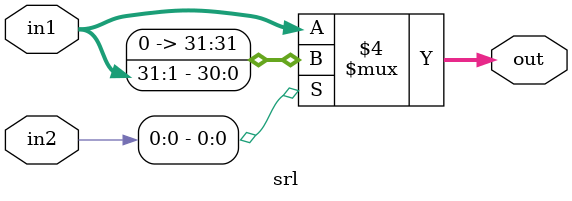
<source format=v>
module Processor (
    clk
);
  input clk;

  reg [ 2:0] state;
  reg [15:0] imm1;
  reg [20:0] imm2;
  reg [25:0] imm3;

  reg [6:0] pc, npc;
  wire [31:0] ir;
  reg  [ 4:0] mar;
  reg signed [31:0] datain, stackin;
  wire signed [31:0] dataout, stackout;
  reg signed [31:0] A, B;
  wire signed [31:0] alu_out;
  reg signed  [31:0] wVal;
  wire signed [31:0] rVal1, rVal2;
  reg [4:0] wReg, rReg1, rReg2;

  wire sigwr, sigon;
  reg ifsig;
  wire [1:0] alusc, wrreg, res;
  wire [2:0] br, st;
  wire [3:0] alu_op;
  reg regwr;
  reg memwr, memon, cond, stackwr, stackon;

  InsMem ins (
      pc,
      0,
      ir,
      0,
      ifsig,
      clk
  );

  initial begin
    pc = -1;
    pc = 0;
    state = 0;
  end

  ControlUnit cu (
      ir,
      alu_op,
      alusc,
      wrreg,
      sigwr,
      sigon,
      res,
      br,
      st,
      clk
  );
  Memory data (
      mar,
      datain,
      dataout,
      memwr,
      memon,
      clk
  );
  ALU alu (
      A,
      B,
      alu_out,
      alu_op,
      clk
  );
  RegisterBank regb (
      wVal,
      wReg,
      rReg1,
      rReg2,
      regwr,
      rVal1,
      rVal2,
      clk
  );
  // Stack stack (
  //     sp,
  //     stackin,
  //     stackout,
  //     stackwr,
  //     stackon,
  //     clk
  // );

  always @(posedge clk) begin
    //     $display("state: %d, pc: %d, ir: %b, A: %d, B: %d, wReg: %d, alu_out: %d, wVal: %d, regwr: %d, rVal1: %d, rVal2: %d, br: %d, cond: %d", state, pc, ir, A, B, wReg, alu_out, wVal, regwr, rVal1, rVal2, br, cond);
    if (pc == 52 && state == 1) begin
      state <= 1;
      $finish;
    end

    // if (ir[31:26]==26) begin
    //   case(state)
    //     0: begin
    //       state <= 1;
    //       ifsig <= 1;
    //       npc <= pc+1;
    //     end
    //   endcase
    // end

    case (state)
      0: begin  //IF Stage
        state <= 1;
        regwr <= 0;
        ifsig <= 1;
        npc   <= pc + 1;
      end
      1: begin  //ID state
        state <= 2;
        ifsig <= 0;
        rReg1 <= ir[25:21];
        rReg2 <= ir[20:16];
        imm1  <= ir[15:0];
        imm2  <= ir[20:0];
        imm3  <= ir[25:0];
      end
      2: begin  //EX Stage
        state <= 3;
        if (br == 0) A <= rVal1;
        else A <= pc;

        if (alusc == 1) B <= {imm1[15] == 1 ? 16'b1111111111111111 : 16'b0000000000000000, imm1};
        else if (alusc == 2) B <= {imm2[20] == 1 ? 11'b11111111111 : 11'b00000000000, imm2};
        else if (alusc == 3) B <= {imm3[25] == 1 ? 6'b111111 : 6'b000000, imm3};
        else B <= rVal2;

        if (br == 1) cond <= 1;
        else if (br == 2) cond <= (rVal1 < 0);
        else if (br == 3) cond <= (rVal1 > 0);
        else if (br == 4) cond <= (rVal1 == 0);
        else cond <= 0;
      end
      3: begin  //MEM Stage
        state <= 4;
        if (cond) pc <= alu_out;
        else pc <= npc;

        if (sigon == 1) mar <= alu_out;
        if (sigwr == 1) datain <= rVal2;
        memwr <= sigwr;
        memon <= sigon;

        //         if(st==1) begin
        //           sp <= alu_out;
        //           stackin <= rVal2;
        //         end
        //         else if(st==2)  begin
        //         end
      end
      4: begin  //WB Stage
        state <= 0;
        if (wrreg == 1) wReg <= ir[15:11];
        else if (wrreg == 2) wReg <= ir[20:16];
        else if (wrreg == 3) wReg <= ir[25:21];

        if (res == 1) wVal <= rVal1;
        else if (res == 2) wVal <= alu_out;
        else if (res == 3) wVal <= dataout;
        memwr <= 0;
        memon <= 0;

        if (wrreg != 0) regwr <= 1;
        //         $display("\n");
      end
    endcase
  end
endmodule




module ControlUnit (
    inscode,
    aluop,
    alusc,
    wrreg,
    memwr,
    memen,
    res,
    br,
    st,
    clk
);
  input [31:0] inscode;
  output reg [3:0] aluop;
  output reg memwr, memen;
  output reg [2:0] br, st;
  output reg [1:0] alusc, wrreg, res;
  input clk;

  always @(inscode) begin
    case (inscode[31:26])
      0: begin
        aluop <= 0;
        alusc <= 0;
        wrreg <= 1;
        memwr <= 0;
        memen <= 0;
        res <= 2;
        br <= 0;
        st <= 0;
      end
      1: begin
        aluop <= 0;
        alusc <= 2;
        wrreg <= 3;
        memwr <= 0;
        memen <= 0;
        res <= 2;
        br <= 0;
        st <= 0;
      end
      2: begin
        aluop <= 1;
        alusc <= 0;
        wrreg <= 1;
        memwr <= 0;
        memen <= 0;
        res <= 2;
        br <= 0;
        st <= 0;
      end
      3: begin
        aluop <= 1;
        alusc <= 2;
        wrreg <= 3;
        memwr <= 0;
        memen <= 0;
        res <= 2;
        br <= 0;
        st <= 0;
      end
      4: begin
        aluop <= 2;
        alusc <= 0;
        wrreg <= 1;
        memwr <= 0;
        memen <= 0;
        res <= 2;
        br <= 0;
        st <= 0;
      end
      5: begin
        aluop <= 2;
        alusc <= 2;
        wrreg <= 3;
        memwr <= 0;
        memen <= 0;
        res <= 2;
        br <= 0;
        st <= 0;
      end
      6: begin
        aluop <= 3;
        alusc <= 0;
        wrreg <= 1;
        memwr <= 0;
        memen <= 0;
        res <= 2;
        br <= 0;
        st <= 0;
      end
      7: begin
        aluop <= 3;
        alusc <= 2;
        wrreg <= 3;
        memwr <= 0;
        memen <= 0;
        res <= 2;
        br <= 0;
        st <= 0;
      end
      8: begin
        aluop <= 4;
        alusc <= 0;
        wrreg <= 1;
        memwr <= 0;
        memen <= 0;
        res <= 2;
        br <= 0;
        st <= 0;
      end
      9: begin
        aluop <= 4;
        alusc <= 2;
        wrreg <= 3;
        memwr <= 0;
        memen <= 0;
        res <= 2;
        br <= 0;
        st <= 0;
      end
      10: begin
        aluop <= 5;
        alusc <= 0;
        wrreg <= 1;
        memwr <= 0;
        memen <= 0;
        res <= 2;
        br <= 0;
        st <= 0;
      end
      11: begin
        aluop <= 5;
        alusc <= 2;
        wrreg <= 3;
        memwr <= 0;
        memen <= 0;
        res <= 2;
        br <= 0;
        st <= 0;
      end
      12: begin
        aluop <= 6;
        alusc <= 0;
        wrreg <= 1;
        memwr <= 0;
        memen <= 0;
        res <= 2;
        br <= 0;
        st <= 0;
      end
      13: begin
        aluop <= 6;
        alusc <= 2;
        wrreg <= 3;
        memwr <= 0;
        memen <= 0;
        res <= 2;
        br <= 0;
        st <= 0;
      end
      14: begin
        aluop <= 7;
        alusc <= 0;
        wrreg <= 1;
        memwr <= 0;
        memen <= 0;
        res <= 2;
        br <= 0;
        st <= 0;
      end
      15: begin
        aluop <= 7;
        alusc <= 2;
        wrreg <= 3;
        memwr <= 0;
        memen <= 0;
        res <= 2;
        br <= 0;
        st <= 0;
      end
      16: begin
        aluop <= 8;
        alusc <= 0;
        wrreg <= 1;
        memwr <= 0;
        memen <= 0;
        res <= 2;
        br <= 0;
        st <= 0;
      end
      17: begin
        aluop <= 8;
        alusc <= 2;
        wrreg <= 3;
        memwr <= 0;
        memen <= 0;
        res <= 2;
        br <= 0;
        st <= 0;
      end
      18: begin
        aluop <= 0;
        alusc <= 1;
        wrreg <= 2;
        memwr <= 0;
        memen <= 1;
        res <= 3;
        br <= 0;
        st <= 0;
      end
      19: begin
        aluop <= 0;
        alusc <= 1;
        wrreg <= 0;
        memwr <= 1;
        memen <= 1;
        res <= 1;
        br <= 0;
        st <= 0;
      end
      20: begin
        aluop <= 0;
        alusc <= 2;
        wrreg <= 2;
        memwr <= 0;
        memen <= 1;
        res <= 3;
        br <= 0;
        st <= 0;
      end
      21: begin
        aluop <= 0;
        alusc <= 2;
        wrreg <= 0;
        memwr <= 1;
        memen <= 1;
        res <= 0;
        br <= 0;
        st <= 0;
      end
      22: begin
        aluop <= 0;
        alusc <= 2;
        wrreg <= 0;
        memwr <= 0;
        memen <= 0;
        res <= 2;
        br <= 1;
        st <= 0;
      end
      23: begin
        aluop <= 0;
        alusc <= 2;
        wrreg <= 0;
        memwr <= 0;
        memen <= 0;
        res <= 2;
        br <= 2;
        st <= 0;
      end
      24: begin
        aluop <= 0;
        alusc <= 2;
        wrreg <= 0;
        memwr <= 0;
        memen <= 0;
        res <= 2;
        br <= 3;
        st <= 0;
      end
      25: begin
        aluop <= 0;
        alusc <= 2;
        wrreg <= 0;
        memwr <= 0;
        memen <= 0;
        res <= 2;
        br <= 4;
        st <= 0;
      end
      26: begin
        aluop <= 0;
        alusc <= 1;
        wrreg <= 2;
        memwr <= 0;
        memen <= 0;
        res <= 1;
        br <= 0;
        st <= 1;
      end
      27: begin
        aluop <= 0;
        alusc <= 2;
        wrreg <= 3;
        memwr <= 0;
        memen <= 1;
        res <= 3;
        br <= 0;
        st <= 2;
      end
      28: begin
        aluop <= 0;
        alusc <= 3;
        wrreg <= 0;
        memwr <= 1;
        memen <= 1;
        res <= 0;
        br <= 0;
        st <= 3;
      end
      29: begin
        aluop <= 0;
        alusc <= 3;
        wrreg <= 0;
        memwr <= 0;
        memen <= 1;
        res <= 0;
        br <= 0;
        st <= 4;
      end
      30: begin
        aluop <= 0;
        alusc <= 0;
        wrreg <= 2;
        memwr <= 0;
        memen <= 0;
        res <= 1;
        br <= 0;
        st <= 0;
      end
      31: begin
        aluop <= 0;
        alusc <= 3;
        wrreg <= 0;
        memwr <= 0;
        memen <= 0;
        res <= 0;
        br <= 0;
        st <= 0;
      end
      32: begin
        aluop <= 0;
        alusc <= 3;
        wrreg <= 0;
        memwr <= 0;
        memen <= 0;
        res <= 0;
        br <= 0;
        st <= 0;
      end
    endcase
  end
endmodule




module InsMem (
    addr,
    datain,
    dataout,
    sigwr,
    sigon,
    clk
);
  input [6:0] addr;
  input [31:0] datain;
  output reg [31:0] dataout;
  input sigwr;
  input sigon;
  input clk;

  reg [31:0] mem[127:0];

  initial begin
    mem[0]  <= 32'b00000100001000000000000000011000;
    mem[1]  <= 32'b01001100000000010000000000000000;
    mem[2]  <= 32'b01111000000000010000000000000000;
    mem[3]  <= 32'b00000100001000000000000000101101;
    mem[4]  <= 32'b01001100000000010000000000000001;
    mem[5]  <= 32'b01111000000000010000000000000000;
    mem[6]  <= 32'b00000100001000000000000000001010;
    mem[7]  <= 32'b01001100000000010000000000000010;
    mem[8]  <= 32'b01111000000000010000000000000000;
    mem[9]  <= 32'b00000100001000000000000000001000;
    mem[10] <= 32'b01001100000000010000000000000011;
    mem[11] <= 32'b01111000000000010000000000000000;
    mem[12] <= 32'b00000100001000000000000000010110;
    mem[13] <= 32'b01001100000000010000000000000100;
    mem[14] <= 32'b01111000000000010000000000000000;
    mem[15] <= 32'b00000100001111111111111110011100;
    mem[16] <= 32'b01001100000000010000000000000101;
    mem[17] <= 32'b01111000000000010000000000000000;
    mem[18] <= 32'b00000100001111111111111111011110;
    mem[19] <= 32'b01001100000000010000000000000110;
    mem[20] <= 32'b01111000000000010000000000000000;
    mem[21] <= 32'b00000100001000000000000001011010;
    mem[22] <= 32'b01001100000000010000000000000111;
    mem[23] <= 32'b01111000000000010000000000000000;
    mem[24] <= 32'b00000100001000000000000000000000;
    mem[25] <= 32'b01001100000000010000000000001000;
    mem[26] <= 32'b01111000000000010000000000000000;
    mem[27] <= 32'b00000100001111111111111111101001;
    mem[28] <= 32'b01001100000000010000000000001001;
    mem[29] <= 32'b01111000000000010000000000000000;
    mem[30] <= 32'b00000100001000000000000000001000;
    mem[31] <= 32'b00000100010000000000000000001001;
    mem[32] <= 32'b00001100010000000000000000000001;
    mem[33] <= 32'b01011100010000000000000000010011;
    mem[34] <= 32'b00001000001000100001100000000000;
    mem[35] <= 32'b00001000001000110010000000000000;
    mem[36] <= 32'b01111000100001010000000000000000;
    mem[37] <= 32'b00000100101000000000000000000001;
    mem[38] <= 32'b00001100101000000000000000000001;
    mem[39] <= 32'b01011100101000000000000000001100;
    mem[40] <= 32'b00001000100001010011000000000000;
    mem[41] <= 32'b01001000110001110000000000000000;
    mem[42] <= 32'b01001000110010000000000000000001;
    mem[43] <= 32'b00001001000001110100100000000000;
    mem[44] <= 32'b01100001001000000000000000000110;
    mem[45] <= 32'b00000001000001110100000000000000;
    mem[46] <= 32'b00001001000001110011100000000000;
    mem[47] <= 32'b00001001000001110100000000000000;
    mem[48] <= 32'b01001100110001110000000000000000;
    mem[49] <= 32'b01001100110010000000000000000001;
    mem[50] <= 32'b01011011111111111111111111110100;
    mem[51] <= 32'b01011011111111111111111111101101;
  end

  always @(addr or datain or sigwr or sigon) begin
    if (sigon) begin
      if (sigwr) begin
        mem[addr] = datain;
        dataout   = datain;
      end else begin
        dataout = mem[addr];
      end
    end
  end
endmodule




module Memory (
    addr,
    datain,
    dataout,
    sigwr,
    sigon,
    clk
);
  input [4:0] addr;
  input [31:0] datain;
  output reg [31:0] dataout;
  input sigwr;
  input sigon;
  input clk;

  reg signed [31:0] mem[31:0];

  integer i;

  initial begin
    for (i = 0; i < 32; i = i + 1) begin
      mem[i] = 32'b0;
    end
  end

  always @(addr or datain or sigwr or sigon) begin
    $monitor("%d %d %d %d %d %d %d %d %d %d %d", mem[0], mem[1], mem[2], mem[3], mem[4], mem[5],
             mem[6], mem[7], mem[8], mem[9], mem[10]);
    if (sigon) begin
      if (sigwr) begin
        mem[addr] = datain;
        dataout   = datain;
      end else begin
        dataout = mem[addr];
      end
    end
  end
endmodule





module RegisterBank (
    wVal,
    wReg,
    rReg1,
    rReg2,
    sig,
    rVal1,
    rVal2,
    clk
);
  input signed [31:0] wVal;  //value to be written
  input [4:0] wReg;  //register to write to
  input [4:0] rReg1;  //register to read
  input [4:0] rReg2;  //register to read
  input sig;  //write if sig is 1
  output signed [31:0] rVal1;  //read value
  output signed [31:0] rVal2;  //read value
  input clk;

  reg signed [31:0] regBank[31:0];

  integer i;
  initial begin
    for (i = 0; i < 32; i = i + 1) begin
      regBank[i] <= 0;
    end
  end

  assign rVal1 = regBank[rReg1];
  assign rVal2 = regBank[rReg2];

  always @(sig or wVal) begin
    //     $display("RegBank:    %d %d %d %d %d %d %d %d %d %d %d", regBank[0], regBank[1], regBank[2], regBank[3], regBank[4], regBank[5], regBank[6], regBank[7], regBank[8], regBank[9], regBank[10]);

    if (sig == 1) begin
      regBank[wReg] = wVal;
    end
  end
endmodule

module ALU (
    in1,
    in2,
    out,
    select,
    clk
);
  input [31:0] in1;
  input [31:0] in2;
  input [3:0] select;
  input clk;
  output [31:0] out;

  wire [31:0] outputs[9:0];

  adder add (
      in1,
      in2,
      0,
      outputs[0]
  );
  subtract sub (
      in1,
      in2,
      outputs[1]
  );
  and_gate andm (
      in1,
      in2,
      outputs[2]
  );
  or_gate orm (
      in1,
      in2,
      outputs[3]
  );
  xor_gate xorm (
      in1,
      in2,
      outputs[4]
  );
  not_gate notm (
      in1,
      outputs[5]
  );
  sla slam (
      in1,
      in2,
      outputs[6]
  );
  sra sram (
      in1,
      in2,
      outputs[7]
  );
  srl srlm (
      in1,
      in2,
      outputs[8]
  );

  //   always @(in1 or in2 or select) begin
  //     out = outputs[select];
  //   end
  assign out = outputs[select];
endmodule


module adder (
    inp1,
    inp2,
    cin,
    sum
);
  input [31:0] inp1;
  input [31:0] inp2;
  input cin;
  output [31:0] sum;

  wire [31:0] P, G;
  wire [31:0] C;

  // Generate and Propagate signals
  genvar i;
  generate
    for (i = 0; i < 32; i = i + 1) begin
      assign P[i] = inp1[i] ^ inp2[i];
      assign G[i] = inp1[i] & inp2[i];
    end
  endgenerate

  // Calculate the carries
  assign C[0] = G[0] | (P[0] & cin);
  generate
    for (i = 1; i < 32; i = i + 1) begin
      assign C[i] = G[i] | (P[i] & C[i-1]);
    end
  endgenerate

  // Calculate the sum bits
  assign sum[0] = P[0] ^ cin;
  generate
    for (i = 1; i < 32; i = i + 1) begin
      assign sum[i] = P[i] ^ C[i-1];
    end
  endgenerate
endmodule

module subtract (
    inp1,
    inp2,
    diff
);
  input [31:0] inp1;
  input [31:0] inp2;
  output [31:0] diff;

  wire [31:0] bout;

  not_gate inv (
      inp2,
      bout
  );
  adder addition (
      inp1,
      bout,
      1'b1,
      diff
  );
endmodule


module and_gate (
    in1,
    in2,
    res
);
  input [31:0] in1;
  input [31:0] in2;
  output [31:0] res;

  assign res = in1 & in2;
endmodule

module not_gate (
    in1,
    res
);
  input [31:0] in1;
  output [31:0] res;

  assign res = ~in1;
endmodule

module or_gate (
    in1,
    in2,
    res
);
  input [31:0] in1;
  input [31:0] in2;
  output [31:0] res;

  assign res = in1 | in2;
endmodule

module xor_gate (
    in1,
    in2,
    res
);
  input [31:0] in1;
  input [31:0] in2;
  output [31:0] res;

  assign res = in1 ^ in2;
endmodule

module sla (
    in1,
    in2,
    out
);
  input [31:0] in1;
  input [31:0] in2;
  output [31:0] out;

  assign out = in2[0] == 1 ? {in1[31], in1[29:0], 1'b0} : in1;
endmodule

module sra (
    in1,
    in2,
    out
);
  input [31:0] in1;
  input [31:0] in2;
  output [31:0] out;

  assign out = in2[0] == 1 ? {in1[31], in1[31:1]} : in1;
endmodule

module srl (
    in1,
    in2,
    out
);
  input [31:0] in1;
  input [31:0] in2;
  output [31:0] out;

  assign out = in2[0] == 1 ? {1'b0, in1[31:1]} : in1;
endmodule

</source>
